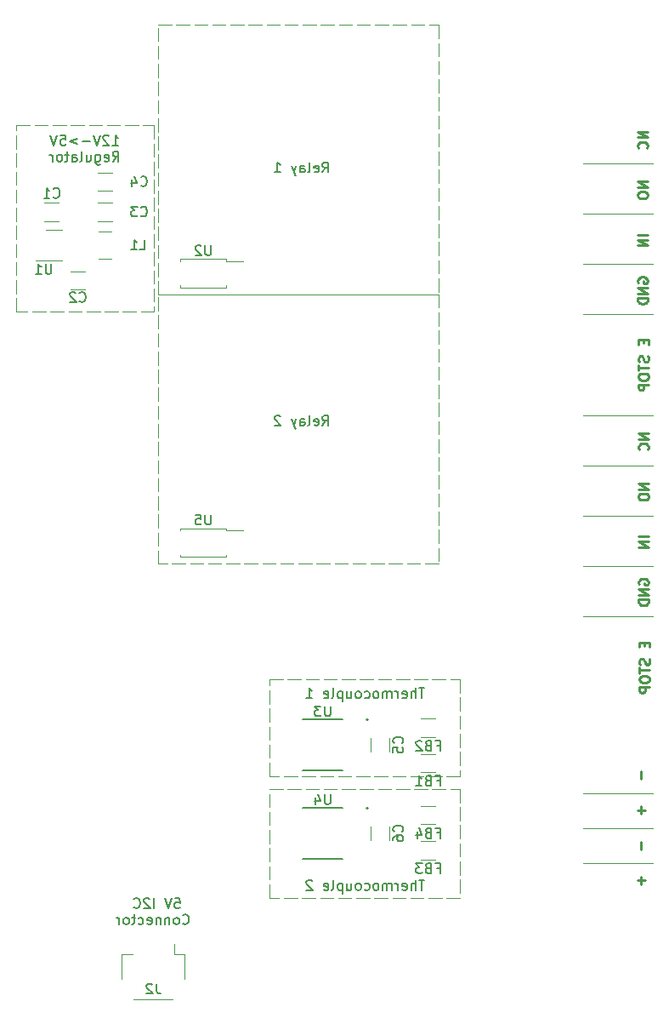
<source format=gbr>
%TF.GenerationSoftware,KiCad,Pcbnew,7.0.9*%
%TF.CreationDate,2024-02-10T01:22:26-05:00*%
%TF.ProjectId,BREAD_Slice,42524541-445f-4536-9c69-63652e6b6963,rev?*%
%TF.SameCoordinates,PX74eba40PY8552dc0*%
%TF.FileFunction,Legend,Bot*%
%TF.FilePolarity,Positive*%
%FSLAX46Y46*%
G04 Gerber Fmt 4.6, Leading zero omitted, Abs format (unit mm)*
G04 Created by KiCad (PCBNEW 7.0.9) date 2024-02-10 01:22:26*
%MOMM*%
%LPD*%
G01*
G04 APERTURE LIST*
%ADD10C,0.120000*%
%ADD11C,0.250000*%
%ADD12C,0.150000*%
%ADD13C,0.100000*%
%ADD14C,0.127000*%
%ADD15C,0.200000*%
G04 APERTURE END LIST*
D10*
X31600000Y32500000D02*
X32920000Y32500000D01*
X33400000Y32500000D02*
X34720000Y32500000D01*
X35200000Y32500000D02*
X36520000Y32500000D01*
X37000000Y32500000D02*
X38320000Y32500000D01*
X38800000Y32500000D02*
X40120000Y32500000D01*
X40600000Y32500000D02*
X41920000Y32500000D01*
X42400000Y32500000D02*
X43720000Y32500000D01*
X44200000Y32500000D02*
X45520000Y32500000D01*
X46000000Y32500000D02*
X47320000Y32500000D01*
X47800000Y32500000D02*
X49120000Y32500000D01*
X49600000Y32500000D02*
X50550000Y32500000D01*
X50550000Y32500000D02*
X50550000Y31180000D01*
X50550000Y30700000D02*
X50550000Y29380000D01*
X50550000Y28900000D02*
X50550000Y27580000D01*
X50550000Y27100000D02*
X50550000Y25780000D01*
X50550000Y25300000D02*
X50550000Y23980000D01*
X50550000Y23500000D02*
X50550000Y22900000D01*
X50550000Y22900000D02*
X49230000Y22900000D01*
X48750000Y22900000D02*
X47430000Y22900000D01*
X46950000Y22900000D02*
X45630000Y22900000D01*
X45150000Y22900000D02*
X43830000Y22900000D01*
X43350000Y22900000D02*
X42030000Y22900000D01*
X41550000Y22900000D02*
X40230000Y22900000D01*
X39750000Y22900000D02*
X38430000Y22900000D01*
X37950000Y22900000D02*
X36630000Y22900000D01*
X36150000Y22900000D02*
X34830000Y22900000D01*
X34350000Y22900000D02*
X33030000Y22900000D01*
X32550000Y22900000D02*
X31600000Y22900000D01*
X31600000Y22900000D02*
X31600000Y24220000D01*
X31600000Y24700000D02*
X31600000Y26020000D01*
X31600000Y26500000D02*
X31600000Y27820000D01*
X31600000Y28300000D02*
X31600000Y29620000D01*
X31600000Y30100000D02*
X31600000Y31420000D01*
X31600000Y31900000D02*
X31600000Y32500000D01*
X31600000Y21600000D02*
X32920000Y21600000D01*
X33400000Y21600000D02*
X34720000Y21600000D01*
X35200000Y21600000D02*
X36520000Y21600000D01*
X37000000Y21600000D02*
X38320000Y21600000D01*
X38800000Y21600000D02*
X40120000Y21600000D01*
X40600000Y21600000D02*
X41920000Y21600000D01*
X42400000Y21600000D02*
X43720000Y21600000D01*
X44200000Y21600000D02*
X45520000Y21600000D01*
X46000000Y21600000D02*
X47320000Y21600000D01*
X47800000Y21600000D02*
X49120000Y21600000D01*
X49600000Y21600000D02*
X50550000Y21600000D01*
X50550000Y21600000D02*
X50550000Y20280000D01*
X50550000Y19800000D02*
X50550000Y18480000D01*
X50550000Y18000000D02*
X50550000Y16680000D01*
X50550000Y16200000D02*
X50550000Y14880000D01*
X50550000Y14400000D02*
X50550000Y13080000D01*
X50550000Y12600000D02*
X50550000Y11280000D01*
X50550000Y10800000D02*
X50550000Y10800000D01*
X50550000Y10800000D02*
X49230000Y10800000D01*
X48750000Y10800000D02*
X47430000Y10800000D01*
X46950000Y10800000D02*
X45630000Y10800000D01*
X45150000Y10800000D02*
X43830000Y10800000D01*
X43350000Y10800000D02*
X42030000Y10800000D01*
X41550000Y10800000D02*
X40230000Y10800000D01*
X39750000Y10800000D02*
X38430000Y10800000D01*
X37950000Y10800000D02*
X36630000Y10800000D01*
X36150000Y10800000D02*
X34830000Y10800000D01*
X34350000Y10800000D02*
X33030000Y10800000D01*
X32550000Y10800000D02*
X31600000Y10800000D01*
X31600000Y10800000D02*
X31600000Y12120000D01*
X31600000Y12600000D02*
X31600000Y13920000D01*
X31600000Y14400000D02*
X31600000Y15720000D01*
X31600000Y16200000D02*
X31600000Y17520000D01*
X31600000Y18000000D02*
X31600000Y19320000D01*
X31600000Y19800000D02*
X31600000Y21120000D01*
X31600000Y21600000D02*
X31600000Y21600000D01*
X20500000Y70800000D02*
X21820000Y70800000D01*
X22300000Y70800000D02*
X23620000Y70800000D01*
X24100000Y70800000D02*
X25420000Y70800000D01*
X25900000Y70800000D02*
X27220000Y70800000D01*
X27700000Y70800000D02*
X29020000Y70800000D01*
X29500000Y70800000D02*
X30820000Y70800000D01*
X31300000Y70800000D02*
X32620000Y70800000D01*
X33100000Y70800000D02*
X34420000Y70800000D01*
X34900000Y70800000D02*
X36220000Y70800000D01*
X36700000Y70800000D02*
X38020000Y70800000D01*
X38500000Y70800000D02*
X39820000Y70800000D01*
X40300000Y70800000D02*
X41620000Y70800000D01*
X42100000Y70800000D02*
X43420000Y70800000D01*
X43900000Y70800000D02*
X45220000Y70800000D01*
X45700000Y70800000D02*
X47020000Y70800000D01*
X47500000Y70800000D02*
X48400000Y70800000D01*
X48400000Y70800000D02*
X48400000Y69480000D01*
X48400000Y69000000D02*
X48400000Y67680000D01*
X48400000Y67200000D02*
X48400000Y65880000D01*
X48400000Y65400000D02*
X48400000Y64080000D01*
X48400000Y63600000D02*
X48400000Y62280000D01*
X48400000Y61800000D02*
X48400000Y60480000D01*
X48400000Y60000000D02*
X48400000Y58680000D01*
X48400000Y58200000D02*
X48400000Y56880000D01*
X48400000Y56400000D02*
X48400000Y55080000D01*
X48400000Y54600000D02*
X48400000Y53280000D01*
X48400000Y52800000D02*
X48400000Y51480000D01*
X48400000Y51000000D02*
X48400000Y49680000D01*
X48400000Y49200000D02*
X48400000Y47880000D01*
X48400000Y47400000D02*
X48400000Y46080000D01*
X48400000Y45600000D02*
X48400000Y44280000D01*
X48400000Y44000000D02*
X47080000Y44000000D01*
X46600000Y44000000D02*
X45280000Y44000000D01*
X44800000Y44000000D02*
X43480000Y44000000D01*
X43000000Y44000000D02*
X41680000Y44000000D01*
X41200000Y44000000D02*
X39880000Y44000000D01*
X39400000Y44000000D02*
X38080000Y44000000D01*
X37600000Y44000000D02*
X36280000Y44000000D01*
X35800000Y44000000D02*
X34480000Y44000000D01*
X34000000Y44000000D02*
X32680000Y44000000D01*
X32200000Y44000000D02*
X30880000Y44000000D01*
X30400000Y44000000D02*
X29080000Y44000000D01*
X28600000Y44000000D02*
X27280000Y44000000D01*
X26800000Y44000000D02*
X25480000Y44000000D01*
X25000000Y44000000D02*
X23680000Y44000000D01*
X23200000Y44000000D02*
X21880000Y44000000D01*
X21400000Y44000000D02*
X20500000Y44000000D01*
X20500000Y44000000D02*
X20500000Y45320000D01*
X20500000Y45800000D02*
X20500000Y47120000D01*
X20500000Y47600000D02*
X20500000Y48920000D01*
X20500000Y49400000D02*
X20500000Y50720000D01*
X20500000Y51200000D02*
X20500000Y52520000D01*
X20500000Y53000000D02*
X20500000Y54320000D01*
X20500000Y54800000D02*
X20500000Y56120000D01*
X20500000Y56600000D02*
X20500000Y57920000D01*
X20500000Y58400000D02*
X20500000Y59720000D01*
X20500000Y60200000D02*
X20500000Y61520000D01*
X20500000Y62000000D02*
X20500000Y63320000D01*
X20500000Y63800000D02*
X20500000Y65120000D01*
X20500000Y65600000D02*
X20500000Y66920000D01*
X20500000Y67400000D02*
X20500000Y68720000D01*
X20500000Y69200000D02*
X20500000Y70520000D01*
X6400000Y87600000D02*
X7720000Y87600000D01*
X8200000Y87600000D02*
X9520000Y87600000D01*
X10000000Y87600000D02*
X11320000Y87600000D01*
X11800000Y87600000D02*
X13120000Y87600000D01*
X13600000Y87600000D02*
X14920000Y87600000D01*
X15400000Y87600000D02*
X16720000Y87600000D01*
X17200000Y87600000D02*
X18520000Y87600000D01*
X19000000Y87600000D02*
X20100000Y87600000D01*
X20100000Y87600000D02*
X20100000Y86280000D01*
X20100000Y85800000D02*
X20100000Y84480000D01*
X20100000Y84000000D02*
X20100000Y82680000D01*
X20100000Y82200000D02*
X20100000Y80880000D01*
X20100000Y80400000D02*
X20100000Y79080000D01*
X20100000Y78600000D02*
X20100000Y77280000D01*
X20100000Y76800000D02*
X20100000Y75480000D01*
X20100000Y75000000D02*
X20100000Y73680000D01*
X20100000Y73200000D02*
X20100000Y71880000D01*
X20100000Y71400000D02*
X20100000Y70080000D01*
X20100000Y69600000D02*
X20100000Y69100000D01*
X20100000Y69100000D02*
X18780000Y69100000D01*
X18300000Y69100000D02*
X16980000Y69100000D01*
X16500000Y69100000D02*
X15180000Y69100000D01*
X14700000Y69100000D02*
X13380000Y69100000D01*
X12900000Y69100000D02*
X11580000Y69100000D01*
X11100000Y69100000D02*
X9780000Y69100000D01*
X9300000Y69100000D02*
X7980000Y69100000D01*
X7500000Y69100000D02*
X6400000Y69100000D01*
X6400000Y69100000D02*
X6400000Y70420000D01*
X6400000Y70900000D02*
X6400000Y72220000D01*
X6400000Y72700000D02*
X6400000Y74020000D01*
X6400000Y74500000D02*
X6400000Y75820000D01*
X6400000Y76300000D02*
X6400000Y77620000D01*
X6400000Y78100000D02*
X6400000Y79420000D01*
X6400000Y79900000D02*
X6400000Y81220000D01*
X6400000Y81700000D02*
X6400000Y83020000D01*
X6400000Y83500000D02*
X6400000Y84820000D01*
X6400000Y85300000D02*
X6400000Y86620000D01*
X6400000Y87100000D02*
X6400000Y87600000D01*
X20500000Y97600000D02*
X21820000Y97600000D01*
X22300000Y97600000D02*
X23620000Y97600000D01*
X24100000Y97600000D02*
X25420000Y97600000D01*
X25900000Y97600000D02*
X27220000Y97600000D01*
X27700000Y97600000D02*
X29020000Y97600000D01*
X29500000Y97600000D02*
X30820000Y97600000D01*
X31300000Y97600000D02*
X32620000Y97600000D01*
X33100000Y97600000D02*
X34420000Y97600000D01*
X34900000Y97600000D02*
X36220000Y97600000D01*
X36700000Y97600000D02*
X38020000Y97600000D01*
X38500000Y97600000D02*
X39820000Y97600000D01*
X40300000Y97600000D02*
X41620000Y97600000D01*
X42100000Y97600000D02*
X43420000Y97600000D01*
X43900000Y97600000D02*
X45220000Y97600000D01*
X45700000Y97600000D02*
X47020000Y97600000D01*
X47500000Y97600000D02*
X48400000Y97600000D01*
X48400000Y97600000D02*
X48400000Y96280000D01*
X48400000Y95800000D02*
X48400000Y94480000D01*
X48400000Y94000000D02*
X48400000Y92680000D01*
X48400000Y92200000D02*
X48400000Y90880000D01*
X48400000Y90400000D02*
X48400000Y89080000D01*
X48400000Y88600000D02*
X48400000Y87280000D01*
X48400000Y86800000D02*
X48400000Y85480000D01*
X48400000Y85000000D02*
X48400000Y83680000D01*
X48400000Y83200000D02*
X48400000Y81880000D01*
X48400000Y81400000D02*
X48400000Y80080000D01*
X48400000Y79600000D02*
X48400000Y78280000D01*
X48400000Y77800000D02*
X48400000Y76480000D01*
X48400000Y76000000D02*
X48400000Y74680000D01*
X48400000Y74200000D02*
X48400000Y72880000D01*
X48400000Y72400000D02*
X48400000Y71080000D01*
X48400000Y70800000D02*
X47080000Y70800000D01*
X46600000Y70800000D02*
X45280000Y70800000D01*
X44800000Y70800000D02*
X43480000Y70800000D01*
X43000000Y70800000D02*
X41680000Y70800000D01*
X41200000Y70800000D02*
X39880000Y70800000D01*
X39400000Y70800000D02*
X38080000Y70800000D01*
X37600000Y70800000D02*
X36280000Y70800000D01*
X35800000Y70800000D02*
X34480000Y70800000D01*
X34000000Y70800000D02*
X32680000Y70800000D01*
X32200000Y70800000D02*
X30880000Y70800000D01*
X30400000Y70800000D02*
X29080000Y70800000D01*
X28600000Y70800000D02*
X27280000Y70800000D01*
X26800000Y70800000D02*
X25480000Y70800000D01*
X25000000Y70800000D02*
X23680000Y70800000D01*
X23200000Y70800000D02*
X21880000Y70800000D01*
X21400000Y70800000D02*
X20500000Y70800000D01*
X20500000Y70800000D02*
X20500000Y72120000D01*
X20500000Y72600000D02*
X20500000Y73920000D01*
X20500000Y74400000D02*
X20500000Y75720000D01*
X20500000Y76200000D02*
X20500000Y77520000D01*
X20500000Y78000000D02*
X20500000Y79320000D01*
X20500000Y79800000D02*
X20500000Y81120000D01*
X20500000Y81600000D02*
X20500000Y82920000D01*
X20500000Y83400000D02*
X20500000Y84720000D01*
X20500000Y85200000D02*
X20500000Y86520000D01*
X20500000Y87000000D02*
X20500000Y88320000D01*
X20500000Y88800000D02*
X20500000Y90120000D01*
X20500000Y90600000D02*
X20500000Y91920000D01*
X20500000Y92400000D02*
X20500000Y93720000D01*
X20500000Y94200000D02*
X20500000Y95520000D01*
X20500000Y96000000D02*
X20500000Y97320000D01*
D11*
X68631333Y12119050D02*
X68631333Y12880954D01*
X68250380Y12500002D02*
X69012285Y12500002D01*
X69349619Y52009526D02*
X68349619Y52009526D01*
X68349619Y52009526D02*
X69349619Y51438098D01*
X69349619Y51438098D02*
X68349619Y51438098D01*
X68349619Y50771431D02*
X68349619Y50580955D01*
X68349619Y50580955D02*
X68397238Y50485717D01*
X68397238Y50485717D02*
X68492476Y50390479D01*
X68492476Y50390479D02*
X68682952Y50342860D01*
X68682952Y50342860D02*
X69016285Y50342860D01*
X69016285Y50342860D02*
X69206761Y50390479D01*
X69206761Y50390479D02*
X69302000Y50485717D01*
X69302000Y50485717D02*
X69349619Y50580955D01*
X69349619Y50580955D02*
X69349619Y50771431D01*
X69349619Y50771431D02*
X69302000Y50866669D01*
X69302000Y50866669D02*
X69206761Y50961907D01*
X69206761Y50961907D02*
X69016285Y51009526D01*
X69016285Y51009526D02*
X68682952Y51009526D01*
X68682952Y51009526D02*
X68492476Y50961907D01*
X68492476Y50961907D02*
X68397238Y50866669D01*
X68397238Y50866669D02*
X68349619Y50771431D01*
D12*
X36871429Y57745181D02*
X37204762Y58221372D01*
X37442857Y57745181D02*
X37442857Y58745181D01*
X37442857Y58745181D02*
X37061905Y58745181D01*
X37061905Y58745181D02*
X36966667Y58697562D01*
X36966667Y58697562D02*
X36919048Y58649943D01*
X36919048Y58649943D02*
X36871429Y58554705D01*
X36871429Y58554705D02*
X36871429Y58411848D01*
X36871429Y58411848D02*
X36919048Y58316610D01*
X36919048Y58316610D02*
X36966667Y58268991D01*
X36966667Y58268991D02*
X37061905Y58221372D01*
X37061905Y58221372D02*
X37442857Y58221372D01*
X36061905Y57792800D02*
X36157143Y57745181D01*
X36157143Y57745181D02*
X36347619Y57745181D01*
X36347619Y57745181D02*
X36442857Y57792800D01*
X36442857Y57792800D02*
X36490476Y57888039D01*
X36490476Y57888039D02*
X36490476Y58268991D01*
X36490476Y58268991D02*
X36442857Y58364229D01*
X36442857Y58364229D02*
X36347619Y58411848D01*
X36347619Y58411848D02*
X36157143Y58411848D01*
X36157143Y58411848D02*
X36061905Y58364229D01*
X36061905Y58364229D02*
X36014286Y58268991D01*
X36014286Y58268991D02*
X36014286Y58173753D01*
X36014286Y58173753D02*
X36490476Y58078515D01*
X35442857Y57745181D02*
X35538095Y57792800D01*
X35538095Y57792800D02*
X35585714Y57888039D01*
X35585714Y57888039D02*
X35585714Y58745181D01*
X34633333Y57745181D02*
X34633333Y58268991D01*
X34633333Y58268991D02*
X34680952Y58364229D01*
X34680952Y58364229D02*
X34776190Y58411848D01*
X34776190Y58411848D02*
X34966666Y58411848D01*
X34966666Y58411848D02*
X35061904Y58364229D01*
X34633333Y57792800D02*
X34728571Y57745181D01*
X34728571Y57745181D02*
X34966666Y57745181D01*
X34966666Y57745181D02*
X35061904Y57792800D01*
X35061904Y57792800D02*
X35109523Y57888039D01*
X35109523Y57888039D02*
X35109523Y57983277D01*
X35109523Y57983277D02*
X35061904Y58078515D01*
X35061904Y58078515D02*
X34966666Y58126134D01*
X34966666Y58126134D02*
X34728571Y58126134D01*
X34728571Y58126134D02*
X34633333Y58173753D01*
X34252380Y58411848D02*
X34014285Y57745181D01*
X33776190Y58411848D02*
X34014285Y57745181D01*
X34014285Y57745181D02*
X34109523Y57507086D01*
X34109523Y57507086D02*
X34157142Y57459467D01*
X34157142Y57459467D02*
X34252380Y57411848D01*
X32680951Y58649943D02*
X32633332Y58697562D01*
X32633332Y58697562D02*
X32538094Y58745181D01*
X32538094Y58745181D02*
X32299999Y58745181D01*
X32299999Y58745181D02*
X32204761Y58697562D01*
X32204761Y58697562D02*
X32157142Y58649943D01*
X32157142Y58649943D02*
X32109523Y58554705D01*
X32109523Y58554705D02*
X32109523Y58459467D01*
X32109523Y58459467D02*
X32157142Y58316610D01*
X32157142Y58316610D02*
X32728570Y57745181D01*
X32728570Y57745181D02*
X32109523Y57745181D01*
D11*
X69349619Y46723810D02*
X68349619Y46723810D01*
X69349619Y46247620D02*
X68349619Y46247620D01*
X68349619Y46247620D02*
X69349619Y45676192D01*
X69349619Y45676192D02*
X68349619Y45676192D01*
D12*
X47028571Y31645181D02*
X46457143Y31645181D01*
X46742857Y30645181D02*
X46742857Y31645181D01*
X46123809Y30645181D02*
X46123809Y31645181D01*
X45695238Y30645181D02*
X45695238Y31168991D01*
X45695238Y31168991D02*
X45742857Y31264229D01*
X45742857Y31264229D02*
X45838095Y31311848D01*
X45838095Y31311848D02*
X45980952Y31311848D01*
X45980952Y31311848D02*
X46076190Y31264229D01*
X46076190Y31264229D02*
X46123809Y31216610D01*
X44838095Y30692800D02*
X44933333Y30645181D01*
X44933333Y30645181D02*
X45123809Y30645181D01*
X45123809Y30645181D02*
X45219047Y30692800D01*
X45219047Y30692800D02*
X45266666Y30788039D01*
X45266666Y30788039D02*
X45266666Y31168991D01*
X45266666Y31168991D02*
X45219047Y31264229D01*
X45219047Y31264229D02*
X45123809Y31311848D01*
X45123809Y31311848D02*
X44933333Y31311848D01*
X44933333Y31311848D02*
X44838095Y31264229D01*
X44838095Y31264229D02*
X44790476Y31168991D01*
X44790476Y31168991D02*
X44790476Y31073753D01*
X44790476Y31073753D02*
X45266666Y30978515D01*
X44361904Y30645181D02*
X44361904Y31311848D01*
X44361904Y31121372D02*
X44314285Y31216610D01*
X44314285Y31216610D02*
X44266666Y31264229D01*
X44266666Y31264229D02*
X44171428Y31311848D01*
X44171428Y31311848D02*
X44076190Y31311848D01*
X43742856Y30645181D02*
X43742856Y31311848D01*
X43742856Y31216610D02*
X43695237Y31264229D01*
X43695237Y31264229D02*
X43599999Y31311848D01*
X43599999Y31311848D02*
X43457142Y31311848D01*
X43457142Y31311848D02*
X43361904Y31264229D01*
X43361904Y31264229D02*
X43314285Y31168991D01*
X43314285Y31168991D02*
X43314285Y30645181D01*
X43314285Y31168991D02*
X43266666Y31264229D01*
X43266666Y31264229D02*
X43171428Y31311848D01*
X43171428Y31311848D02*
X43028571Y31311848D01*
X43028571Y31311848D02*
X42933332Y31264229D01*
X42933332Y31264229D02*
X42885713Y31168991D01*
X42885713Y31168991D02*
X42885713Y30645181D01*
X42266666Y30645181D02*
X42361904Y30692800D01*
X42361904Y30692800D02*
X42409523Y30740420D01*
X42409523Y30740420D02*
X42457142Y30835658D01*
X42457142Y30835658D02*
X42457142Y31121372D01*
X42457142Y31121372D02*
X42409523Y31216610D01*
X42409523Y31216610D02*
X42361904Y31264229D01*
X42361904Y31264229D02*
X42266666Y31311848D01*
X42266666Y31311848D02*
X42123809Y31311848D01*
X42123809Y31311848D02*
X42028571Y31264229D01*
X42028571Y31264229D02*
X41980952Y31216610D01*
X41980952Y31216610D02*
X41933333Y31121372D01*
X41933333Y31121372D02*
X41933333Y30835658D01*
X41933333Y30835658D02*
X41980952Y30740420D01*
X41980952Y30740420D02*
X42028571Y30692800D01*
X42028571Y30692800D02*
X42123809Y30645181D01*
X42123809Y30645181D02*
X42266666Y30645181D01*
X41076190Y30692800D02*
X41171428Y30645181D01*
X41171428Y30645181D02*
X41361904Y30645181D01*
X41361904Y30645181D02*
X41457142Y30692800D01*
X41457142Y30692800D02*
X41504761Y30740420D01*
X41504761Y30740420D02*
X41552380Y30835658D01*
X41552380Y30835658D02*
X41552380Y31121372D01*
X41552380Y31121372D02*
X41504761Y31216610D01*
X41504761Y31216610D02*
X41457142Y31264229D01*
X41457142Y31264229D02*
X41361904Y31311848D01*
X41361904Y31311848D02*
X41171428Y31311848D01*
X41171428Y31311848D02*
X41076190Y31264229D01*
X40504761Y30645181D02*
X40599999Y30692800D01*
X40599999Y30692800D02*
X40647618Y30740420D01*
X40647618Y30740420D02*
X40695237Y30835658D01*
X40695237Y30835658D02*
X40695237Y31121372D01*
X40695237Y31121372D02*
X40647618Y31216610D01*
X40647618Y31216610D02*
X40599999Y31264229D01*
X40599999Y31264229D02*
X40504761Y31311848D01*
X40504761Y31311848D02*
X40361904Y31311848D01*
X40361904Y31311848D02*
X40266666Y31264229D01*
X40266666Y31264229D02*
X40219047Y31216610D01*
X40219047Y31216610D02*
X40171428Y31121372D01*
X40171428Y31121372D02*
X40171428Y30835658D01*
X40171428Y30835658D02*
X40219047Y30740420D01*
X40219047Y30740420D02*
X40266666Y30692800D01*
X40266666Y30692800D02*
X40361904Y30645181D01*
X40361904Y30645181D02*
X40504761Y30645181D01*
X39314285Y31311848D02*
X39314285Y30645181D01*
X39742856Y31311848D02*
X39742856Y30788039D01*
X39742856Y30788039D02*
X39695237Y30692800D01*
X39695237Y30692800D02*
X39599999Y30645181D01*
X39599999Y30645181D02*
X39457142Y30645181D01*
X39457142Y30645181D02*
X39361904Y30692800D01*
X39361904Y30692800D02*
X39314285Y30740420D01*
X38838094Y31311848D02*
X38838094Y30311848D01*
X38838094Y31264229D02*
X38742856Y31311848D01*
X38742856Y31311848D02*
X38552380Y31311848D01*
X38552380Y31311848D02*
X38457142Y31264229D01*
X38457142Y31264229D02*
X38409523Y31216610D01*
X38409523Y31216610D02*
X38361904Y31121372D01*
X38361904Y31121372D02*
X38361904Y30835658D01*
X38361904Y30835658D02*
X38409523Y30740420D01*
X38409523Y30740420D02*
X38457142Y30692800D01*
X38457142Y30692800D02*
X38552380Y30645181D01*
X38552380Y30645181D02*
X38742856Y30645181D01*
X38742856Y30645181D02*
X38838094Y30692800D01*
X37790475Y30645181D02*
X37885713Y30692800D01*
X37885713Y30692800D02*
X37933332Y30788039D01*
X37933332Y30788039D02*
X37933332Y31645181D01*
X37028570Y30692800D02*
X37123808Y30645181D01*
X37123808Y30645181D02*
X37314284Y30645181D01*
X37314284Y30645181D02*
X37409522Y30692800D01*
X37409522Y30692800D02*
X37457141Y30788039D01*
X37457141Y30788039D02*
X37457141Y31168991D01*
X37457141Y31168991D02*
X37409522Y31264229D01*
X37409522Y31264229D02*
X37314284Y31311848D01*
X37314284Y31311848D02*
X37123808Y31311848D01*
X37123808Y31311848D02*
X37028570Y31264229D01*
X37028570Y31264229D02*
X36980951Y31168991D01*
X36980951Y31168991D02*
X36980951Y31073753D01*
X36980951Y31073753D02*
X37457141Y30978515D01*
X35266665Y30645181D02*
X35838093Y30645181D01*
X35552379Y30645181D02*
X35552379Y31645181D01*
X35552379Y31645181D02*
X35647617Y31502324D01*
X35647617Y31502324D02*
X35742855Y31407086D01*
X35742855Y31407086D02*
X35838093Y31359467D01*
D11*
X68297238Y71961905D02*
X68249619Y72057143D01*
X68249619Y72057143D02*
X68249619Y72200000D01*
X68249619Y72200000D02*
X68297238Y72342857D01*
X68297238Y72342857D02*
X68392476Y72438095D01*
X68392476Y72438095D02*
X68487714Y72485714D01*
X68487714Y72485714D02*
X68678190Y72533333D01*
X68678190Y72533333D02*
X68821047Y72533333D01*
X68821047Y72533333D02*
X69011523Y72485714D01*
X69011523Y72485714D02*
X69106761Y72438095D01*
X69106761Y72438095D02*
X69202000Y72342857D01*
X69202000Y72342857D02*
X69249619Y72200000D01*
X69249619Y72200000D02*
X69249619Y72104762D01*
X69249619Y72104762D02*
X69202000Y71961905D01*
X69202000Y71961905D02*
X69154380Y71914286D01*
X69154380Y71914286D02*
X68821047Y71914286D01*
X68821047Y71914286D02*
X68821047Y72104762D01*
X69249619Y71485714D02*
X68249619Y71485714D01*
X68249619Y71485714D02*
X69249619Y70914286D01*
X69249619Y70914286D02*
X68249619Y70914286D01*
X69249619Y70438095D02*
X68249619Y70438095D01*
X68249619Y70438095D02*
X68249619Y70200000D01*
X68249619Y70200000D02*
X68297238Y70057143D01*
X68297238Y70057143D02*
X68392476Y69961905D01*
X68392476Y69961905D02*
X68487714Y69914286D01*
X68487714Y69914286D02*
X68678190Y69866667D01*
X68678190Y69866667D02*
X68821047Y69866667D01*
X68821047Y69866667D02*
X69011523Y69914286D01*
X69011523Y69914286D02*
X69106761Y69961905D01*
X69106761Y69961905D02*
X69202000Y70057143D01*
X69202000Y70057143D02*
X69249619Y70200000D01*
X69249619Y70200000D02*
X69249619Y70438095D01*
D12*
X36871429Y82945181D02*
X37204762Y83421372D01*
X37442857Y82945181D02*
X37442857Y83945181D01*
X37442857Y83945181D02*
X37061905Y83945181D01*
X37061905Y83945181D02*
X36966667Y83897562D01*
X36966667Y83897562D02*
X36919048Y83849943D01*
X36919048Y83849943D02*
X36871429Y83754705D01*
X36871429Y83754705D02*
X36871429Y83611848D01*
X36871429Y83611848D02*
X36919048Y83516610D01*
X36919048Y83516610D02*
X36966667Y83468991D01*
X36966667Y83468991D02*
X37061905Y83421372D01*
X37061905Y83421372D02*
X37442857Y83421372D01*
X36061905Y82992800D02*
X36157143Y82945181D01*
X36157143Y82945181D02*
X36347619Y82945181D01*
X36347619Y82945181D02*
X36442857Y82992800D01*
X36442857Y82992800D02*
X36490476Y83088039D01*
X36490476Y83088039D02*
X36490476Y83468991D01*
X36490476Y83468991D02*
X36442857Y83564229D01*
X36442857Y83564229D02*
X36347619Y83611848D01*
X36347619Y83611848D02*
X36157143Y83611848D01*
X36157143Y83611848D02*
X36061905Y83564229D01*
X36061905Y83564229D02*
X36014286Y83468991D01*
X36014286Y83468991D02*
X36014286Y83373753D01*
X36014286Y83373753D02*
X36490476Y83278515D01*
X35442857Y82945181D02*
X35538095Y82992800D01*
X35538095Y82992800D02*
X35585714Y83088039D01*
X35585714Y83088039D02*
X35585714Y83945181D01*
X34633333Y82945181D02*
X34633333Y83468991D01*
X34633333Y83468991D02*
X34680952Y83564229D01*
X34680952Y83564229D02*
X34776190Y83611848D01*
X34776190Y83611848D02*
X34966666Y83611848D01*
X34966666Y83611848D02*
X35061904Y83564229D01*
X34633333Y82992800D02*
X34728571Y82945181D01*
X34728571Y82945181D02*
X34966666Y82945181D01*
X34966666Y82945181D02*
X35061904Y82992800D01*
X35061904Y82992800D02*
X35109523Y83088039D01*
X35109523Y83088039D02*
X35109523Y83183277D01*
X35109523Y83183277D02*
X35061904Y83278515D01*
X35061904Y83278515D02*
X34966666Y83326134D01*
X34966666Y83326134D02*
X34728571Y83326134D01*
X34728571Y83326134D02*
X34633333Y83373753D01*
X34252380Y83611848D02*
X34014285Y82945181D01*
X33776190Y83611848D02*
X34014285Y82945181D01*
X34014285Y82945181D02*
X34109523Y82707086D01*
X34109523Y82707086D02*
X34157142Y82659467D01*
X34157142Y82659467D02*
X34252380Y82611848D01*
X32109523Y82945181D02*
X32680951Y82945181D01*
X32395237Y82945181D02*
X32395237Y83945181D01*
X32395237Y83945181D02*
X32490475Y83802324D01*
X32490475Y83802324D02*
X32585713Y83707086D01*
X32585713Y83707086D02*
X32680951Y83659467D01*
D11*
X68631333Y19119049D02*
X68631333Y19880953D01*
X68250380Y19500001D02*
X69012285Y19500001D01*
D12*
X22176666Y10740181D02*
X22652856Y10740181D01*
X22652856Y10740181D02*
X22700475Y10263991D01*
X22700475Y10263991D02*
X22652856Y10311610D01*
X22652856Y10311610D02*
X22557618Y10359229D01*
X22557618Y10359229D02*
X22319523Y10359229D01*
X22319523Y10359229D02*
X22224285Y10311610D01*
X22224285Y10311610D02*
X22176666Y10263991D01*
X22176666Y10263991D02*
X22129047Y10168753D01*
X22129047Y10168753D02*
X22129047Y9930658D01*
X22129047Y9930658D02*
X22176666Y9835420D01*
X22176666Y9835420D02*
X22224285Y9787800D01*
X22224285Y9787800D02*
X22319523Y9740181D01*
X22319523Y9740181D02*
X22557618Y9740181D01*
X22557618Y9740181D02*
X22652856Y9787800D01*
X22652856Y9787800D02*
X22700475Y9835420D01*
X21843332Y10740181D02*
X21509999Y9740181D01*
X21509999Y9740181D02*
X21176666Y10740181D01*
X20081427Y9740181D02*
X20081427Y10740181D01*
X19652856Y10644943D02*
X19605237Y10692562D01*
X19605237Y10692562D02*
X19509999Y10740181D01*
X19509999Y10740181D02*
X19271904Y10740181D01*
X19271904Y10740181D02*
X19176666Y10692562D01*
X19176666Y10692562D02*
X19129047Y10644943D01*
X19129047Y10644943D02*
X19081428Y10549705D01*
X19081428Y10549705D02*
X19081428Y10454467D01*
X19081428Y10454467D02*
X19129047Y10311610D01*
X19129047Y10311610D02*
X19700475Y9740181D01*
X19700475Y9740181D02*
X19081428Y9740181D01*
X18081428Y9835420D02*
X18129047Y9787800D01*
X18129047Y9787800D02*
X18271904Y9740181D01*
X18271904Y9740181D02*
X18367142Y9740181D01*
X18367142Y9740181D02*
X18509999Y9787800D01*
X18509999Y9787800D02*
X18605237Y9883039D01*
X18605237Y9883039D02*
X18652856Y9978277D01*
X18652856Y9978277D02*
X18700475Y10168753D01*
X18700475Y10168753D02*
X18700475Y10311610D01*
X18700475Y10311610D02*
X18652856Y10502086D01*
X18652856Y10502086D02*
X18605237Y10597324D01*
X18605237Y10597324D02*
X18509999Y10692562D01*
X18509999Y10692562D02*
X18367142Y10740181D01*
X18367142Y10740181D02*
X18271904Y10740181D01*
X18271904Y10740181D02*
X18129047Y10692562D01*
X18129047Y10692562D02*
X18081428Y10644943D01*
X22962381Y8225420D02*
X23010000Y8177800D01*
X23010000Y8177800D02*
X23152857Y8130181D01*
X23152857Y8130181D02*
X23248095Y8130181D01*
X23248095Y8130181D02*
X23390952Y8177800D01*
X23390952Y8177800D02*
X23486190Y8273039D01*
X23486190Y8273039D02*
X23533809Y8368277D01*
X23533809Y8368277D02*
X23581428Y8558753D01*
X23581428Y8558753D02*
X23581428Y8701610D01*
X23581428Y8701610D02*
X23533809Y8892086D01*
X23533809Y8892086D02*
X23486190Y8987324D01*
X23486190Y8987324D02*
X23390952Y9082562D01*
X23390952Y9082562D02*
X23248095Y9130181D01*
X23248095Y9130181D02*
X23152857Y9130181D01*
X23152857Y9130181D02*
X23010000Y9082562D01*
X23010000Y9082562D02*
X22962381Y9034943D01*
X22390952Y8130181D02*
X22486190Y8177800D01*
X22486190Y8177800D02*
X22533809Y8225420D01*
X22533809Y8225420D02*
X22581428Y8320658D01*
X22581428Y8320658D02*
X22581428Y8606372D01*
X22581428Y8606372D02*
X22533809Y8701610D01*
X22533809Y8701610D02*
X22486190Y8749229D01*
X22486190Y8749229D02*
X22390952Y8796848D01*
X22390952Y8796848D02*
X22248095Y8796848D01*
X22248095Y8796848D02*
X22152857Y8749229D01*
X22152857Y8749229D02*
X22105238Y8701610D01*
X22105238Y8701610D02*
X22057619Y8606372D01*
X22057619Y8606372D02*
X22057619Y8320658D01*
X22057619Y8320658D02*
X22105238Y8225420D01*
X22105238Y8225420D02*
X22152857Y8177800D01*
X22152857Y8177800D02*
X22248095Y8130181D01*
X22248095Y8130181D02*
X22390952Y8130181D01*
X21629047Y8796848D02*
X21629047Y8130181D01*
X21629047Y8701610D02*
X21581428Y8749229D01*
X21581428Y8749229D02*
X21486190Y8796848D01*
X21486190Y8796848D02*
X21343333Y8796848D01*
X21343333Y8796848D02*
X21248095Y8749229D01*
X21248095Y8749229D02*
X21200476Y8653991D01*
X21200476Y8653991D02*
X21200476Y8130181D01*
X20724285Y8796848D02*
X20724285Y8130181D01*
X20724285Y8701610D02*
X20676666Y8749229D01*
X20676666Y8749229D02*
X20581428Y8796848D01*
X20581428Y8796848D02*
X20438571Y8796848D01*
X20438571Y8796848D02*
X20343333Y8749229D01*
X20343333Y8749229D02*
X20295714Y8653991D01*
X20295714Y8653991D02*
X20295714Y8130181D01*
X19438571Y8177800D02*
X19533809Y8130181D01*
X19533809Y8130181D02*
X19724285Y8130181D01*
X19724285Y8130181D02*
X19819523Y8177800D01*
X19819523Y8177800D02*
X19867142Y8273039D01*
X19867142Y8273039D02*
X19867142Y8653991D01*
X19867142Y8653991D02*
X19819523Y8749229D01*
X19819523Y8749229D02*
X19724285Y8796848D01*
X19724285Y8796848D02*
X19533809Y8796848D01*
X19533809Y8796848D02*
X19438571Y8749229D01*
X19438571Y8749229D02*
X19390952Y8653991D01*
X19390952Y8653991D02*
X19390952Y8558753D01*
X19390952Y8558753D02*
X19867142Y8463515D01*
X18533809Y8177800D02*
X18629047Y8130181D01*
X18629047Y8130181D02*
X18819523Y8130181D01*
X18819523Y8130181D02*
X18914761Y8177800D01*
X18914761Y8177800D02*
X18962380Y8225420D01*
X18962380Y8225420D02*
X19009999Y8320658D01*
X19009999Y8320658D02*
X19009999Y8606372D01*
X19009999Y8606372D02*
X18962380Y8701610D01*
X18962380Y8701610D02*
X18914761Y8749229D01*
X18914761Y8749229D02*
X18819523Y8796848D01*
X18819523Y8796848D02*
X18629047Y8796848D01*
X18629047Y8796848D02*
X18533809Y8749229D01*
X18248094Y8796848D02*
X17867142Y8796848D01*
X18105237Y9130181D02*
X18105237Y8273039D01*
X18105237Y8273039D02*
X18057618Y8177800D01*
X18057618Y8177800D02*
X17962380Y8130181D01*
X17962380Y8130181D02*
X17867142Y8130181D01*
X17390951Y8130181D02*
X17486189Y8177800D01*
X17486189Y8177800D02*
X17533808Y8225420D01*
X17533808Y8225420D02*
X17581427Y8320658D01*
X17581427Y8320658D02*
X17581427Y8606372D01*
X17581427Y8606372D02*
X17533808Y8701610D01*
X17533808Y8701610D02*
X17486189Y8749229D01*
X17486189Y8749229D02*
X17390951Y8796848D01*
X17390951Y8796848D02*
X17248094Y8796848D01*
X17248094Y8796848D02*
X17152856Y8749229D01*
X17152856Y8749229D02*
X17105237Y8701610D01*
X17105237Y8701610D02*
X17057618Y8606372D01*
X17057618Y8606372D02*
X17057618Y8320658D01*
X17057618Y8320658D02*
X17105237Y8225420D01*
X17105237Y8225420D02*
X17152856Y8177800D01*
X17152856Y8177800D02*
X17248094Y8130181D01*
X17248094Y8130181D02*
X17390951Y8130181D01*
X16629046Y8130181D02*
X16629046Y8796848D01*
X16629046Y8606372D02*
X16581427Y8701610D01*
X16581427Y8701610D02*
X16533808Y8749229D01*
X16533808Y8749229D02*
X16438570Y8796848D01*
X16438570Y8796848D02*
X16343332Y8796848D01*
X47028571Y12545181D02*
X46457143Y12545181D01*
X46742857Y11545181D02*
X46742857Y12545181D01*
X46123809Y11545181D02*
X46123809Y12545181D01*
X45695238Y11545181D02*
X45695238Y12068991D01*
X45695238Y12068991D02*
X45742857Y12164229D01*
X45742857Y12164229D02*
X45838095Y12211848D01*
X45838095Y12211848D02*
X45980952Y12211848D01*
X45980952Y12211848D02*
X46076190Y12164229D01*
X46076190Y12164229D02*
X46123809Y12116610D01*
X44838095Y11592800D02*
X44933333Y11545181D01*
X44933333Y11545181D02*
X45123809Y11545181D01*
X45123809Y11545181D02*
X45219047Y11592800D01*
X45219047Y11592800D02*
X45266666Y11688039D01*
X45266666Y11688039D02*
X45266666Y12068991D01*
X45266666Y12068991D02*
X45219047Y12164229D01*
X45219047Y12164229D02*
X45123809Y12211848D01*
X45123809Y12211848D02*
X44933333Y12211848D01*
X44933333Y12211848D02*
X44838095Y12164229D01*
X44838095Y12164229D02*
X44790476Y12068991D01*
X44790476Y12068991D02*
X44790476Y11973753D01*
X44790476Y11973753D02*
X45266666Y11878515D01*
X44361904Y11545181D02*
X44361904Y12211848D01*
X44361904Y12021372D02*
X44314285Y12116610D01*
X44314285Y12116610D02*
X44266666Y12164229D01*
X44266666Y12164229D02*
X44171428Y12211848D01*
X44171428Y12211848D02*
X44076190Y12211848D01*
X43742856Y11545181D02*
X43742856Y12211848D01*
X43742856Y12116610D02*
X43695237Y12164229D01*
X43695237Y12164229D02*
X43599999Y12211848D01*
X43599999Y12211848D02*
X43457142Y12211848D01*
X43457142Y12211848D02*
X43361904Y12164229D01*
X43361904Y12164229D02*
X43314285Y12068991D01*
X43314285Y12068991D02*
X43314285Y11545181D01*
X43314285Y12068991D02*
X43266666Y12164229D01*
X43266666Y12164229D02*
X43171428Y12211848D01*
X43171428Y12211848D02*
X43028571Y12211848D01*
X43028571Y12211848D02*
X42933332Y12164229D01*
X42933332Y12164229D02*
X42885713Y12068991D01*
X42885713Y12068991D02*
X42885713Y11545181D01*
X42266666Y11545181D02*
X42361904Y11592800D01*
X42361904Y11592800D02*
X42409523Y11640420D01*
X42409523Y11640420D02*
X42457142Y11735658D01*
X42457142Y11735658D02*
X42457142Y12021372D01*
X42457142Y12021372D02*
X42409523Y12116610D01*
X42409523Y12116610D02*
X42361904Y12164229D01*
X42361904Y12164229D02*
X42266666Y12211848D01*
X42266666Y12211848D02*
X42123809Y12211848D01*
X42123809Y12211848D02*
X42028571Y12164229D01*
X42028571Y12164229D02*
X41980952Y12116610D01*
X41980952Y12116610D02*
X41933333Y12021372D01*
X41933333Y12021372D02*
X41933333Y11735658D01*
X41933333Y11735658D02*
X41980952Y11640420D01*
X41980952Y11640420D02*
X42028571Y11592800D01*
X42028571Y11592800D02*
X42123809Y11545181D01*
X42123809Y11545181D02*
X42266666Y11545181D01*
X41076190Y11592800D02*
X41171428Y11545181D01*
X41171428Y11545181D02*
X41361904Y11545181D01*
X41361904Y11545181D02*
X41457142Y11592800D01*
X41457142Y11592800D02*
X41504761Y11640420D01*
X41504761Y11640420D02*
X41552380Y11735658D01*
X41552380Y11735658D02*
X41552380Y12021372D01*
X41552380Y12021372D02*
X41504761Y12116610D01*
X41504761Y12116610D02*
X41457142Y12164229D01*
X41457142Y12164229D02*
X41361904Y12211848D01*
X41361904Y12211848D02*
X41171428Y12211848D01*
X41171428Y12211848D02*
X41076190Y12164229D01*
X40504761Y11545181D02*
X40599999Y11592800D01*
X40599999Y11592800D02*
X40647618Y11640420D01*
X40647618Y11640420D02*
X40695237Y11735658D01*
X40695237Y11735658D02*
X40695237Y12021372D01*
X40695237Y12021372D02*
X40647618Y12116610D01*
X40647618Y12116610D02*
X40599999Y12164229D01*
X40599999Y12164229D02*
X40504761Y12211848D01*
X40504761Y12211848D02*
X40361904Y12211848D01*
X40361904Y12211848D02*
X40266666Y12164229D01*
X40266666Y12164229D02*
X40219047Y12116610D01*
X40219047Y12116610D02*
X40171428Y12021372D01*
X40171428Y12021372D02*
X40171428Y11735658D01*
X40171428Y11735658D02*
X40219047Y11640420D01*
X40219047Y11640420D02*
X40266666Y11592800D01*
X40266666Y11592800D02*
X40361904Y11545181D01*
X40361904Y11545181D02*
X40504761Y11545181D01*
X39314285Y12211848D02*
X39314285Y11545181D01*
X39742856Y12211848D02*
X39742856Y11688039D01*
X39742856Y11688039D02*
X39695237Y11592800D01*
X39695237Y11592800D02*
X39599999Y11545181D01*
X39599999Y11545181D02*
X39457142Y11545181D01*
X39457142Y11545181D02*
X39361904Y11592800D01*
X39361904Y11592800D02*
X39314285Y11640420D01*
X38838094Y12211848D02*
X38838094Y11211848D01*
X38838094Y12164229D02*
X38742856Y12211848D01*
X38742856Y12211848D02*
X38552380Y12211848D01*
X38552380Y12211848D02*
X38457142Y12164229D01*
X38457142Y12164229D02*
X38409523Y12116610D01*
X38409523Y12116610D02*
X38361904Y12021372D01*
X38361904Y12021372D02*
X38361904Y11735658D01*
X38361904Y11735658D02*
X38409523Y11640420D01*
X38409523Y11640420D02*
X38457142Y11592800D01*
X38457142Y11592800D02*
X38552380Y11545181D01*
X38552380Y11545181D02*
X38742856Y11545181D01*
X38742856Y11545181D02*
X38838094Y11592800D01*
X37790475Y11545181D02*
X37885713Y11592800D01*
X37885713Y11592800D02*
X37933332Y11688039D01*
X37933332Y11688039D02*
X37933332Y12545181D01*
X37028570Y11592800D02*
X37123808Y11545181D01*
X37123808Y11545181D02*
X37314284Y11545181D01*
X37314284Y11545181D02*
X37409522Y11592800D01*
X37409522Y11592800D02*
X37457141Y11688039D01*
X37457141Y11688039D02*
X37457141Y12068991D01*
X37457141Y12068991D02*
X37409522Y12164229D01*
X37409522Y12164229D02*
X37314284Y12211848D01*
X37314284Y12211848D02*
X37123808Y12211848D01*
X37123808Y12211848D02*
X37028570Y12164229D01*
X37028570Y12164229D02*
X36980951Y12068991D01*
X36980951Y12068991D02*
X36980951Y11973753D01*
X36980951Y11973753D02*
X37457141Y11878515D01*
X35838093Y12449943D02*
X35790474Y12497562D01*
X35790474Y12497562D02*
X35695236Y12545181D01*
X35695236Y12545181D02*
X35457141Y12545181D01*
X35457141Y12545181D02*
X35361903Y12497562D01*
X35361903Y12497562D02*
X35314284Y12449943D01*
X35314284Y12449943D02*
X35266665Y12354705D01*
X35266665Y12354705D02*
X35266665Y12259467D01*
X35266665Y12259467D02*
X35314284Y12116610D01*
X35314284Y12116610D02*
X35885712Y11545181D01*
X35885712Y11545181D02*
X35266665Y11545181D01*
D11*
X68925809Y36176191D02*
X68925809Y35842858D01*
X69449619Y35700001D02*
X69449619Y36176191D01*
X69449619Y36176191D02*
X68449619Y36176191D01*
X68449619Y36176191D02*
X68449619Y35700001D01*
X69402000Y34557143D02*
X69449619Y34414286D01*
X69449619Y34414286D02*
X69449619Y34176191D01*
X69449619Y34176191D02*
X69402000Y34080953D01*
X69402000Y34080953D02*
X69354380Y34033334D01*
X69354380Y34033334D02*
X69259142Y33985715D01*
X69259142Y33985715D02*
X69163904Y33985715D01*
X69163904Y33985715D02*
X69068666Y34033334D01*
X69068666Y34033334D02*
X69021047Y34080953D01*
X69021047Y34080953D02*
X68973428Y34176191D01*
X68973428Y34176191D02*
X68925809Y34366667D01*
X68925809Y34366667D02*
X68878190Y34461905D01*
X68878190Y34461905D02*
X68830571Y34509524D01*
X68830571Y34509524D02*
X68735333Y34557143D01*
X68735333Y34557143D02*
X68640095Y34557143D01*
X68640095Y34557143D02*
X68544857Y34509524D01*
X68544857Y34509524D02*
X68497238Y34461905D01*
X68497238Y34461905D02*
X68449619Y34366667D01*
X68449619Y34366667D02*
X68449619Y34128572D01*
X68449619Y34128572D02*
X68497238Y33985715D01*
X68449619Y33700000D02*
X68449619Y33128572D01*
X69449619Y33414286D02*
X68449619Y33414286D01*
X68449619Y32604762D02*
X68449619Y32414286D01*
X68449619Y32414286D02*
X68497238Y32319048D01*
X68497238Y32319048D02*
X68592476Y32223810D01*
X68592476Y32223810D02*
X68782952Y32176191D01*
X68782952Y32176191D02*
X69116285Y32176191D01*
X69116285Y32176191D02*
X69306761Y32223810D01*
X69306761Y32223810D02*
X69402000Y32319048D01*
X69402000Y32319048D02*
X69449619Y32414286D01*
X69449619Y32414286D02*
X69449619Y32604762D01*
X69449619Y32604762D02*
X69402000Y32700000D01*
X69402000Y32700000D02*
X69306761Y32795238D01*
X69306761Y32795238D02*
X69116285Y32842857D01*
X69116285Y32842857D02*
X68782952Y32842857D01*
X68782952Y32842857D02*
X68592476Y32795238D01*
X68592476Y32795238D02*
X68497238Y32700000D01*
X68497238Y32700000D02*
X68449619Y32604762D01*
X69449619Y31747619D02*
X68449619Y31747619D01*
X68449619Y31747619D02*
X68449619Y31366667D01*
X68449619Y31366667D02*
X68497238Y31271429D01*
X68497238Y31271429D02*
X68544857Y31223810D01*
X68544857Y31223810D02*
X68640095Y31176191D01*
X68640095Y31176191D02*
X68782952Y31176191D01*
X68782952Y31176191D02*
X68878190Y31223810D01*
X68878190Y31223810D02*
X68925809Y31271429D01*
X68925809Y31271429D02*
X68973428Y31366667D01*
X68973428Y31366667D02*
X68973428Y31747619D01*
X69249619Y86985714D02*
X68249619Y86985714D01*
X68249619Y86985714D02*
X69249619Y86414286D01*
X69249619Y86414286D02*
X68249619Y86414286D01*
X69154380Y85366667D02*
X69202000Y85414286D01*
X69202000Y85414286D02*
X69249619Y85557143D01*
X69249619Y85557143D02*
X69249619Y85652381D01*
X69249619Y85652381D02*
X69202000Y85795238D01*
X69202000Y85795238D02*
X69106761Y85890476D01*
X69106761Y85890476D02*
X69011523Y85938095D01*
X69011523Y85938095D02*
X68821047Y85985714D01*
X68821047Y85985714D02*
X68678190Y85985714D01*
X68678190Y85985714D02*
X68487714Y85938095D01*
X68487714Y85938095D02*
X68392476Y85890476D01*
X68392476Y85890476D02*
X68297238Y85795238D01*
X68297238Y85795238D02*
X68249619Y85652381D01*
X68249619Y85652381D02*
X68249619Y85557143D01*
X68249619Y85557143D02*
X68297238Y85414286D01*
X68297238Y85414286D02*
X68344857Y85366667D01*
D12*
X15961904Y85640181D02*
X16533332Y85640181D01*
X16247618Y85640181D02*
X16247618Y86640181D01*
X16247618Y86640181D02*
X16342856Y86497324D01*
X16342856Y86497324D02*
X16438094Y86402086D01*
X16438094Y86402086D02*
X16533332Y86354467D01*
X15580951Y86544943D02*
X15533332Y86592562D01*
X15533332Y86592562D02*
X15438094Y86640181D01*
X15438094Y86640181D02*
X15199999Y86640181D01*
X15199999Y86640181D02*
X15104761Y86592562D01*
X15104761Y86592562D02*
X15057142Y86544943D01*
X15057142Y86544943D02*
X15009523Y86449705D01*
X15009523Y86449705D02*
X15009523Y86354467D01*
X15009523Y86354467D02*
X15057142Y86211610D01*
X15057142Y86211610D02*
X15628570Y85640181D01*
X15628570Y85640181D02*
X15009523Y85640181D01*
X14723808Y86640181D02*
X14390475Y85640181D01*
X14390475Y85640181D02*
X14057142Y86640181D01*
X13723808Y86021134D02*
X12961904Y86021134D01*
X12485713Y86306848D02*
X11723809Y86021134D01*
X11723809Y86021134D02*
X12485713Y85735420D01*
X10771428Y86640181D02*
X11247618Y86640181D01*
X11247618Y86640181D02*
X11295237Y86163991D01*
X11295237Y86163991D02*
X11247618Y86211610D01*
X11247618Y86211610D02*
X11152380Y86259229D01*
X11152380Y86259229D02*
X10914285Y86259229D01*
X10914285Y86259229D02*
X10819047Y86211610D01*
X10819047Y86211610D02*
X10771428Y86163991D01*
X10771428Y86163991D02*
X10723809Y86068753D01*
X10723809Y86068753D02*
X10723809Y85830658D01*
X10723809Y85830658D02*
X10771428Y85735420D01*
X10771428Y85735420D02*
X10819047Y85687800D01*
X10819047Y85687800D02*
X10914285Y85640181D01*
X10914285Y85640181D02*
X11152380Y85640181D01*
X11152380Y85640181D02*
X11247618Y85687800D01*
X11247618Y85687800D02*
X11295237Y85735420D01*
X10438094Y86640181D02*
X10104761Y85640181D01*
X10104761Y85640181D02*
X9771428Y86640181D01*
X15985715Y84030181D02*
X16319048Y84506372D01*
X16557143Y84030181D02*
X16557143Y85030181D01*
X16557143Y85030181D02*
X16176191Y85030181D01*
X16176191Y85030181D02*
X16080953Y84982562D01*
X16080953Y84982562D02*
X16033334Y84934943D01*
X16033334Y84934943D02*
X15985715Y84839705D01*
X15985715Y84839705D02*
X15985715Y84696848D01*
X15985715Y84696848D02*
X16033334Y84601610D01*
X16033334Y84601610D02*
X16080953Y84553991D01*
X16080953Y84553991D02*
X16176191Y84506372D01*
X16176191Y84506372D02*
X16557143Y84506372D01*
X15176191Y84077800D02*
X15271429Y84030181D01*
X15271429Y84030181D02*
X15461905Y84030181D01*
X15461905Y84030181D02*
X15557143Y84077800D01*
X15557143Y84077800D02*
X15604762Y84173039D01*
X15604762Y84173039D02*
X15604762Y84553991D01*
X15604762Y84553991D02*
X15557143Y84649229D01*
X15557143Y84649229D02*
X15461905Y84696848D01*
X15461905Y84696848D02*
X15271429Y84696848D01*
X15271429Y84696848D02*
X15176191Y84649229D01*
X15176191Y84649229D02*
X15128572Y84553991D01*
X15128572Y84553991D02*
X15128572Y84458753D01*
X15128572Y84458753D02*
X15604762Y84363515D01*
X14271429Y84696848D02*
X14271429Y83887324D01*
X14271429Y83887324D02*
X14319048Y83792086D01*
X14319048Y83792086D02*
X14366667Y83744467D01*
X14366667Y83744467D02*
X14461905Y83696848D01*
X14461905Y83696848D02*
X14604762Y83696848D01*
X14604762Y83696848D02*
X14700000Y83744467D01*
X14271429Y84077800D02*
X14366667Y84030181D01*
X14366667Y84030181D02*
X14557143Y84030181D01*
X14557143Y84030181D02*
X14652381Y84077800D01*
X14652381Y84077800D02*
X14700000Y84125420D01*
X14700000Y84125420D02*
X14747619Y84220658D01*
X14747619Y84220658D02*
X14747619Y84506372D01*
X14747619Y84506372D02*
X14700000Y84601610D01*
X14700000Y84601610D02*
X14652381Y84649229D01*
X14652381Y84649229D02*
X14557143Y84696848D01*
X14557143Y84696848D02*
X14366667Y84696848D01*
X14366667Y84696848D02*
X14271429Y84649229D01*
X13366667Y84696848D02*
X13366667Y84030181D01*
X13795238Y84696848D02*
X13795238Y84173039D01*
X13795238Y84173039D02*
X13747619Y84077800D01*
X13747619Y84077800D02*
X13652381Y84030181D01*
X13652381Y84030181D02*
X13509524Y84030181D01*
X13509524Y84030181D02*
X13414286Y84077800D01*
X13414286Y84077800D02*
X13366667Y84125420D01*
X12747619Y84030181D02*
X12842857Y84077800D01*
X12842857Y84077800D02*
X12890476Y84173039D01*
X12890476Y84173039D02*
X12890476Y85030181D01*
X11938095Y84030181D02*
X11938095Y84553991D01*
X11938095Y84553991D02*
X11985714Y84649229D01*
X11985714Y84649229D02*
X12080952Y84696848D01*
X12080952Y84696848D02*
X12271428Y84696848D01*
X12271428Y84696848D02*
X12366666Y84649229D01*
X11938095Y84077800D02*
X12033333Y84030181D01*
X12033333Y84030181D02*
X12271428Y84030181D01*
X12271428Y84030181D02*
X12366666Y84077800D01*
X12366666Y84077800D02*
X12414285Y84173039D01*
X12414285Y84173039D02*
X12414285Y84268277D01*
X12414285Y84268277D02*
X12366666Y84363515D01*
X12366666Y84363515D02*
X12271428Y84411134D01*
X12271428Y84411134D02*
X12033333Y84411134D01*
X12033333Y84411134D02*
X11938095Y84458753D01*
X11604761Y84696848D02*
X11223809Y84696848D01*
X11461904Y85030181D02*
X11461904Y84173039D01*
X11461904Y84173039D02*
X11414285Y84077800D01*
X11414285Y84077800D02*
X11319047Y84030181D01*
X11319047Y84030181D02*
X11223809Y84030181D01*
X10747618Y84030181D02*
X10842856Y84077800D01*
X10842856Y84077800D02*
X10890475Y84125420D01*
X10890475Y84125420D02*
X10938094Y84220658D01*
X10938094Y84220658D02*
X10938094Y84506372D01*
X10938094Y84506372D02*
X10890475Y84601610D01*
X10890475Y84601610D02*
X10842856Y84649229D01*
X10842856Y84649229D02*
X10747618Y84696848D01*
X10747618Y84696848D02*
X10604761Y84696848D01*
X10604761Y84696848D02*
X10509523Y84649229D01*
X10509523Y84649229D02*
X10461904Y84601610D01*
X10461904Y84601610D02*
X10414285Y84506372D01*
X10414285Y84506372D02*
X10414285Y84220658D01*
X10414285Y84220658D02*
X10461904Y84125420D01*
X10461904Y84125420D02*
X10509523Y84077800D01*
X10509523Y84077800D02*
X10604761Y84030181D01*
X10604761Y84030181D02*
X10747618Y84030181D01*
X9985713Y84030181D02*
X9985713Y84696848D01*
X9985713Y84506372D02*
X9938094Y84601610D01*
X9938094Y84601610D02*
X9890475Y84649229D01*
X9890475Y84649229D02*
X9795237Y84696848D01*
X9795237Y84696848D02*
X9699999Y84696848D01*
D11*
X68825809Y66276191D02*
X68825809Y65942858D01*
X69349619Y65800001D02*
X69349619Y66276191D01*
X69349619Y66276191D02*
X68349619Y66276191D01*
X68349619Y66276191D02*
X68349619Y65800001D01*
X69302000Y64657143D02*
X69349619Y64514286D01*
X69349619Y64514286D02*
X69349619Y64276191D01*
X69349619Y64276191D02*
X69302000Y64180953D01*
X69302000Y64180953D02*
X69254380Y64133334D01*
X69254380Y64133334D02*
X69159142Y64085715D01*
X69159142Y64085715D02*
X69063904Y64085715D01*
X69063904Y64085715D02*
X68968666Y64133334D01*
X68968666Y64133334D02*
X68921047Y64180953D01*
X68921047Y64180953D02*
X68873428Y64276191D01*
X68873428Y64276191D02*
X68825809Y64466667D01*
X68825809Y64466667D02*
X68778190Y64561905D01*
X68778190Y64561905D02*
X68730571Y64609524D01*
X68730571Y64609524D02*
X68635333Y64657143D01*
X68635333Y64657143D02*
X68540095Y64657143D01*
X68540095Y64657143D02*
X68444857Y64609524D01*
X68444857Y64609524D02*
X68397238Y64561905D01*
X68397238Y64561905D02*
X68349619Y64466667D01*
X68349619Y64466667D02*
X68349619Y64228572D01*
X68349619Y64228572D02*
X68397238Y64085715D01*
X68349619Y63800000D02*
X68349619Y63228572D01*
X69349619Y63514286D02*
X68349619Y63514286D01*
X68349619Y62704762D02*
X68349619Y62514286D01*
X68349619Y62514286D02*
X68397238Y62419048D01*
X68397238Y62419048D02*
X68492476Y62323810D01*
X68492476Y62323810D02*
X68682952Y62276191D01*
X68682952Y62276191D02*
X69016285Y62276191D01*
X69016285Y62276191D02*
X69206761Y62323810D01*
X69206761Y62323810D02*
X69302000Y62419048D01*
X69302000Y62419048D02*
X69349619Y62514286D01*
X69349619Y62514286D02*
X69349619Y62704762D01*
X69349619Y62704762D02*
X69302000Y62800000D01*
X69302000Y62800000D02*
X69206761Y62895238D01*
X69206761Y62895238D02*
X69016285Y62942857D01*
X69016285Y62942857D02*
X68682952Y62942857D01*
X68682952Y62942857D02*
X68492476Y62895238D01*
X68492476Y62895238D02*
X68397238Y62800000D01*
X68397238Y62800000D02*
X68349619Y62704762D01*
X69349619Y61847619D02*
X68349619Y61847619D01*
X68349619Y61847619D02*
X68349619Y61466667D01*
X68349619Y61466667D02*
X68397238Y61371429D01*
X68397238Y61371429D02*
X68444857Y61323810D01*
X68444857Y61323810D02*
X68540095Y61276191D01*
X68540095Y61276191D02*
X68682952Y61276191D01*
X68682952Y61276191D02*
X68778190Y61323810D01*
X68778190Y61323810D02*
X68825809Y61371429D01*
X68825809Y61371429D02*
X68873428Y61466667D01*
X68873428Y61466667D02*
X68873428Y61847619D01*
X69249619Y82009525D02*
X68249619Y82009525D01*
X68249619Y82009525D02*
X69249619Y81438097D01*
X69249619Y81438097D02*
X68249619Y81438097D01*
X68249619Y80771430D02*
X68249619Y80580954D01*
X68249619Y80580954D02*
X68297238Y80485716D01*
X68297238Y80485716D02*
X68392476Y80390478D01*
X68392476Y80390478D02*
X68582952Y80342859D01*
X68582952Y80342859D02*
X68916285Y80342859D01*
X68916285Y80342859D02*
X69106761Y80390478D01*
X69106761Y80390478D02*
X69202000Y80485716D01*
X69202000Y80485716D02*
X69249619Y80580954D01*
X69249619Y80580954D02*
X69249619Y80771430D01*
X69249619Y80771430D02*
X69202000Y80866668D01*
X69202000Y80866668D02*
X69106761Y80961906D01*
X69106761Y80961906D02*
X68916285Y81009525D01*
X68916285Y81009525D02*
X68582952Y81009525D01*
X68582952Y81009525D02*
X68392476Y80961906D01*
X68392476Y80961906D02*
X68297238Y80866668D01*
X68297238Y80866668D02*
X68249619Y80771430D01*
X68631333Y15619050D02*
X68631333Y16380954D01*
X69249619Y76723809D02*
X68249619Y76723809D01*
X69249619Y76247619D02*
X68249619Y76247619D01*
X68249619Y76247619D02*
X69249619Y75676191D01*
X69249619Y75676191D02*
X68249619Y75676191D01*
X68397238Y41961906D02*
X68349619Y42057144D01*
X68349619Y42057144D02*
X68349619Y42200001D01*
X68349619Y42200001D02*
X68397238Y42342858D01*
X68397238Y42342858D02*
X68492476Y42438096D01*
X68492476Y42438096D02*
X68587714Y42485715D01*
X68587714Y42485715D02*
X68778190Y42533334D01*
X68778190Y42533334D02*
X68921047Y42533334D01*
X68921047Y42533334D02*
X69111523Y42485715D01*
X69111523Y42485715D02*
X69206761Y42438096D01*
X69206761Y42438096D02*
X69302000Y42342858D01*
X69302000Y42342858D02*
X69349619Y42200001D01*
X69349619Y42200001D02*
X69349619Y42104763D01*
X69349619Y42104763D02*
X69302000Y41961906D01*
X69302000Y41961906D02*
X69254380Y41914287D01*
X69254380Y41914287D02*
X68921047Y41914287D01*
X68921047Y41914287D02*
X68921047Y42104763D01*
X69349619Y41485715D02*
X68349619Y41485715D01*
X68349619Y41485715D02*
X69349619Y40914287D01*
X69349619Y40914287D02*
X68349619Y40914287D01*
X69349619Y40438096D02*
X68349619Y40438096D01*
X68349619Y40438096D02*
X68349619Y40200001D01*
X68349619Y40200001D02*
X68397238Y40057144D01*
X68397238Y40057144D02*
X68492476Y39961906D01*
X68492476Y39961906D02*
X68587714Y39914287D01*
X68587714Y39914287D02*
X68778190Y39866668D01*
X68778190Y39866668D02*
X68921047Y39866668D01*
X68921047Y39866668D02*
X69111523Y39914287D01*
X69111523Y39914287D02*
X69206761Y39961906D01*
X69206761Y39961906D02*
X69302000Y40057144D01*
X69302000Y40057144D02*
X69349619Y40200001D01*
X69349619Y40200001D02*
X69349619Y40438096D01*
X69349619Y56985715D02*
X68349619Y56985715D01*
X68349619Y56985715D02*
X69349619Y56414287D01*
X69349619Y56414287D02*
X68349619Y56414287D01*
X69254380Y55366668D02*
X69302000Y55414287D01*
X69302000Y55414287D02*
X69349619Y55557144D01*
X69349619Y55557144D02*
X69349619Y55652382D01*
X69349619Y55652382D02*
X69302000Y55795239D01*
X69302000Y55795239D02*
X69206761Y55890477D01*
X69206761Y55890477D02*
X69111523Y55938096D01*
X69111523Y55938096D02*
X68921047Y55985715D01*
X68921047Y55985715D02*
X68778190Y55985715D01*
X68778190Y55985715D02*
X68587714Y55938096D01*
X68587714Y55938096D02*
X68492476Y55890477D01*
X68492476Y55890477D02*
X68397238Y55795239D01*
X68397238Y55795239D02*
X68349619Y55652382D01*
X68349619Y55652382D02*
X68349619Y55557144D01*
X68349619Y55557144D02*
X68397238Y55414287D01*
X68397238Y55414287D02*
X68444857Y55366668D01*
X68631333Y22619049D02*
X68631333Y23380953D01*
D12*
X12666666Y70140420D02*
X12714285Y70092800D01*
X12714285Y70092800D02*
X12857142Y70045181D01*
X12857142Y70045181D02*
X12952380Y70045181D01*
X12952380Y70045181D02*
X13095237Y70092800D01*
X13095237Y70092800D02*
X13190475Y70188039D01*
X13190475Y70188039D02*
X13238094Y70283277D01*
X13238094Y70283277D02*
X13285713Y70473753D01*
X13285713Y70473753D02*
X13285713Y70616610D01*
X13285713Y70616610D02*
X13238094Y70807086D01*
X13238094Y70807086D02*
X13190475Y70902324D01*
X13190475Y70902324D02*
X13095237Y70997562D01*
X13095237Y70997562D02*
X12952380Y71045181D01*
X12952380Y71045181D02*
X12857142Y71045181D01*
X12857142Y71045181D02*
X12714285Y70997562D01*
X12714285Y70997562D02*
X12666666Y70949943D01*
X12285713Y70949943D02*
X12238094Y70997562D01*
X12238094Y70997562D02*
X12142856Y71045181D01*
X12142856Y71045181D02*
X11904761Y71045181D01*
X11904761Y71045181D02*
X11809523Y70997562D01*
X11809523Y70997562D02*
X11761904Y70949943D01*
X11761904Y70949943D02*
X11714285Y70854705D01*
X11714285Y70854705D02*
X11714285Y70759467D01*
X11714285Y70759467D02*
X11761904Y70616610D01*
X11761904Y70616610D02*
X12333332Y70045181D01*
X12333332Y70045181D02*
X11714285Y70045181D01*
X48233333Y17248991D02*
X48566666Y17248991D01*
X48566666Y16725181D02*
X48566666Y17725181D01*
X48566666Y17725181D02*
X48090476Y17725181D01*
X47376190Y17248991D02*
X47233333Y17201372D01*
X47233333Y17201372D02*
X47185714Y17153753D01*
X47185714Y17153753D02*
X47138095Y17058515D01*
X47138095Y17058515D02*
X47138095Y16915658D01*
X47138095Y16915658D02*
X47185714Y16820420D01*
X47185714Y16820420D02*
X47233333Y16772800D01*
X47233333Y16772800D02*
X47328571Y16725181D01*
X47328571Y16725181D02*
X47709523Y16725181D01*
X47709523Y16725181D02*
X47709523Y17725181D01*
X47709523Y17725181D02*
X47376190Y17725181D01*
X47376190Y17725181D02*
X47280952Y17677562D01*
X47280952Y17677562D02*
X47233333Y17629943D01*
X47233333Y17629943D02*
X47185714Y17534705D01*
X47185714Y17534705D02*
X47185714Y17439467D01*
X47185714Y17439467D02*
X47233333Y17344229D01*
X47233333Y17344229D02*
X47280952Y17296610D01*
X47280952Y17296610D02*
X47376190Y17248991D01*
X47376190Y17248991D02*
X47709523Y17248991D01*
X46280952Y17391848D02*
X46280952Y16725181D01*
X46519047Y17772800D02*
X46757142Y17058515D01*
X46757142Y17058515D02*
X46138095Y17058515D01*
X20333333Y2245181D02*
X20333333Y1530896D01*
X20333333Y1530896D02*
X20380952Y1388039D01*
X20380952Y1388039D02*
X20476190Y1292800D01*
X20476190Y1292800D02*
X20619047Y1245181D01*
X20619047Y1245181D02*
X20714285Y1245181D01*
X19904761Y2149943D02*
X19857142Y2197562D01*
X19857142Y2197562D02*
X19761904Y2245181D01*
X19761904Y2245181D02*
X19523809Y2245181D01*
X19523809Y2245181D02*
X19428571Y2197562D01*
X19428571Y2197562D02*
X19380952Y2149943D01*
X19380952Y2149943D02*
X19333333Y2054705D01*
X19333333Y2054705D02*
X19333333Y1959467D01*
X19333333Y1959467D02*
X19380952Y1816610D01*
X19380952Y1816610D02*
X19952380Y1245181D01*
X19952380Y1245181D02*
X19333333Y1245181D01*
X44809580Y17366667D02*
X44857200Y17414286D01*
X44857200Y17414286D02*
X44904819Y17557143D01*
X44904819Y17557143D02*
X44904819Y17652381D01*
X44904819Y17652381D02*
X44857200Y17795238D01*
X44857200Y17795238D02*
X44761961Y17890476D01*
X44761961Y17890476D02*
X44666723Y17938095D01*
X44666723Y17938095D02*
X44476247Y17985714D01*
X44476247Y17985714D02*
X44333390Y17985714D01*
X44333390Y17985714D02*
X44142914Y17938095D01*
X44142914Y17938095D02*
X44047676Y17890476D01*
X44047676Y17890476D02*
X43952438Y17795238D01*
X43952438Y17795238D02*
X43904819Y17652381D01*
X43904819Y17652381D02*
X43904819Y17557143D01*
X43904819Y17557143D02*
X43952438Y17414286D01*
X43952438Y17414286D02*
X44000057Y17366667D01*
X43904819Y16509524D02*
X43904819Y16700000D01*
X43904819Y16700000D02*
X43952438Y16795238D01*
X43952438Y16795238D02*
X44000057Y16842857D01*
X44000057Y16842857D02*
X44142914Y16938095D01*
X44142914Y16938095D02*
X44333390Y16985714D01*
X44333390Y16985714D02*
X44714342Y16985714D01*
X44714342Y16985714D02*
X44809580Y16938095D01*
X44809580Y16938095D02*
X44857200Y16890476D01*
X44857200Y16890476D02*
X44904819Y16795238D01*
X44904819Y16795238D02*
X44904819Y16604762D01*
X44904819Y16604762D02*
X44857200Y16509524D01*
X44857200Y16509524D02*
X44809580Y16461905D01*
X44809580Y16461905D02*
X44714342Y16414286D01*
X44714342Y16414286D02*
X44476247Y16414286D01*
X44476247Y16414286D02*
X44381009Y16461905D01*
X44381009Y16461905D02*
X44333390Y16509524D01*
X44333390Y16509524D02*
X44285771Y16604762D01*
X44285771Y16604762D02*
X44285771Y16795238D01*
X44285771Y16795238D02*
X44333390Y16890476D01*
X44333390Y16890476D02*
X44381009Y16938095D01*
X44381009Y16938095D02*
X44476247Y16985714D01*
X18766666Y78640420D02*
X18814285Y78592800D01*
X18814285Y78592800D02*
X18957142Y78545181D01*
X18957142Y78545181D02*
X19052380Y78545181D01*
X19052380Y78545181D02*
X19195237Y78592800D01*
X19195237Y78592800D02*
X19290475Y78688039D01*
X19290475Y78688039D02*
X19338094Y78783277D01*
X19338094Y78783277D02*
X19385713Y78973753D01*
X19385713Y78973753D02*
X19385713Y79116610D01*
X19385713Y79116610D02*
X19338094Y79307086D01*
X19338094Y79307086D02*
X19290475Y79402324D01*
X19290475Y79402324D02*
X19195237Y79497562D01*
X19195237Y79497562D02*
X19052380Y79545181D01*
X19052380Y79545181D02*
X18957142Y79545181D01*
X18957142Y79545181D02*
X18814285Y79497562D01*
X18814285Y79497562D02*
X18766666Y79449943D01*
X18433332Y79545181D02*
X17814285Y79545181D01*
X17814285Y79545181D02*
X18147618Y79164229D01*
X18147618Y79164229D02*
X18004761Y79164229D01*
X18004761Y79164229D02*
X17909523Y79116610D01*
X17909523Y79116610D02*
X17861904Y79068991D01*
X17861904Y79068991D02*
X17814285Y78973753D01*
X17814285Y78973753D02*
X17814285Y78735658D01*
X17814285Y78735658D02*
X17861904Y78640420D01*
X17861904Y78640420D02*
X17909523Y78592800D01*
X17909523Y78592800D02*
X18004761Y78545181D01*
X18004761Y78545181D02*
X18290475Y78545181D01*
X18290475Y78545181D02*
X18385713Y78592800D01*
X18385713Y78592800D02*
X18433332Y78640420D01*
X48233333Y22448991D02*
X48566666Y22448991D01*
X48566666Y21925181D02*
X48566666Y22925181D01*
X48566666Y22925181D02*
X48090476Y22925181D01*
X47376190Y22448991D02*
X47233333Y22401372D01*
X47233333Y22401372D02*
X47185714Y22353753D01*
X47185714Y22353753D02*
X47138095Y22258515D01*
X47138095Y22258515D02*
X47138095Y22115658D01*
X47138095Y22115658D02*
X47185714Y22020420D01*
X47185714Y22020420D02*
X47233333Y21972800D01*
X47233333Y21972800D02*
X47328571Y21925181D01*
X47328571Y21925181D02*
X47709523Y21925181D01*
X47709523Y21925181D02*
X47709523Y22925181D01*
X47709523Y22925181D02*
X47376190Y22925181D01*
X47376190Y22925181D02*
X47280952Y22877562D01*
X47280952Y22877562D02*
X47233333Y22829943D01*
X47233333Y22829943D02*
X47185714Y22734705D01*
X47185714Y22734705D02*
X47185714Y22639467D01*
X47185714Y22639467D02*
X47233333Y22544229D01*
X47233333Y22544229D02*
X47280952Y22496610D01*
X47280952Y22496610D02*
X47376190Y22448991D01*
X47376190Y22448991D02*
X47709523Y22448991D01*
X46185714Y21925181D02*
X46757142Y21925181D01*
X46471428Y21925181D02*
X46471428Y22925181D01*
X46471428Y22925181D02*
X46566666Y22782324D01*
X46566666Y22782324D02*
X46661904Y22687086D01*
X46661904Y22687086D02*
X46757142Y22639467D01*
X18766666Y81640420D02*
X18814285Y81592800D01*
X18814285Y81592800D02*
X18957142Y81545181D01*
X18957142Y81545181D02*
X19052380Y81545181D01*
X19052380Y81545181D02*
X19195237Y81592800D01*
X19195237Y81592800D02*
X19290475Y81688039D01*
X19290475Y81688039D02*
X19338094Y81783277D01*
X19338094Y81783277D02*
X19385713Y81973753D01*
X19385713Y81973753D02*
X19385713Y82116610D01*
X19385713Y82116610D02*
X19338094Y82307086D01*
X19338094Y82307086D02*
X19290475Y82402324D01*
X19290475Y82402324D02*
X19195237Y82497562D01*
X19195237Y82497562D02*
X19052380Y82545181D01*
X19052380Y82545181D02*
X18957142Y82545181D01*
X18957142Y82545181D02*
X18814285Y82497562D01*
X18814285Y82497562D02*
X18766666Y82449943D01*
X17909523Y82211848D02*
X17909523Y81545181D01*
X18147618Y82592800D02*
X18385713Y81878515D01*
X18385713Y81878515D02*
X17766666Y81878515D01*
X25761904Y75695181D02*
X25761904Y74885658D01*
X25761904Y74885658D02*
X25714285Y74790420D01*
X25714285Y74790420D02*
X25666666Y74742800D01*
X25666666Y74742800D02*
X25571428Y74695181D01*
X25571428Y74695181D02*
X25380952Y74695181D01*
X25380952Y74695181D02*
X25285714Y74742800D01*
X25285714Y74742800D02*
X25238095Y74790420D01*
X25238095Y74790420D02*
X25190476Y74885658D01*
X25190476Y74885658D02*
X25190476Y75695181D01*
X24761904Y75599943D02*
X24714285Y75647562D01*
X24714285Y75647562D02*
X24619047Y75695181D01*
X24619047Y75695181D02*
X24380952Y75695181D01*
X24380952Y75695181D02*
X24285714Y75647562D01*
X24285714Y75647562D02*
X24238095Y75599943D01*
X24238095Y75599943D02*
X24190476Y75504705D01*
X24190476Y75504705D02*
X24190476Y75409467D01*
X24190476Y75409467D02*
X24238095Y75266610D01*
X24238095Y75266610D02*
X24809523Y74695181D01*
X24809523Y74695181D02*
X24190476Y74695181D01*
X25761904Y48895181D02*
X25761904Y48085658D01*
X25761904Y48085658D02*
X25714285Y47990420D01*
X25714285Y47990420D02*
X25666666Y47942800D01*
X25666666Y47942800D02*
X25571428Y47895181D01*
X25571428Y47895181D02*
X25380952Y47895181D01*
X25380952Y47895181D02*
X25285714Y47942800D01*
X25285714Y47942800D02*
X25238095Y47990420D01*
X25238095Y47990420D02*
X25190476Y48085658D01*
X25190476Y48085658D02*
X25190476Y48895181D01*
X24238095Y48895181D02*
X24714285Y48895181D01*
X24714285Y48895181D02*
X24761904Y48418991D01*
X24761904Y48418991D02*
X24714285Y48466610D01*
X24714285Y48466610D02*
X24619047Y48514229D01*
X24619047Y48514229D02*
X24380952Y48514229D01*
X24380952Y48514229D02*
X24285714Y48466610D01*
X24285714Y48466610D02*
X24238095Y48418991D01*
X24238095Y48418991D02*
X24190476Y48323753D01*
X24190476Y48323753D02*
X24190476Y48085658D01*
X24190476Y48085658D02*
X24238095Y47990420D01*
X24238095Y47990420D02*
X24285714Y47942800D01*
X24285714Y47942800D02*
X24380952Y47895181D01*
X24380952Y47895181D02*
X24619047Y47895181D01*
X24619047Y47895181D02*
X24714285Y47942800D01*
X24714285Y47942800D02*
X24761904Y47990420D01*
X18666666Y75245181D02*
X19142856Y75245181D01*
X19142856Y75245181D02*
X19142856Y76245181D01*
X17809523Y75245181D02*
X18380951Y75245181D01*
X18095237Y75245181D02*
X18095237Y76245181D01*
X18095237Y76245181D02*
X18190475Y76102324D01*
X18190475Y76102324D02*
X18285713Y76007086D01*
X18285713Y76007086D02*
X18380951Y75959467D01*
X10066666Y80490420D02*
X10114285Y80442800D01*
X10114285Y80442800D02*
X10257142Y80395181D01*
X10257142Y80395181D02*
X10352380Y80395181D01*
X10352380Y80395181D02*
X10495237Y80442800D01*
X10495237Y80442800D02*
X10590475Y80538039D01*
X10590475Y80538039D02*
X10638094Y80633277D01*
X10638094Y80633277D02*
X10685713Y80823753D01*
X10685713Y80823753D02*
X10685713Y80966610D01*
X10685713Y80966610D02*
X10638094Y81157086D01*
X10638094Y81157086D02*
X10590475Y81252324D01*
X10590475Y81252324D02*
X10495237Y81347562D01*
X10495237Y81347562D02*
X10352380Y81395181D01*
X10352380Y81395181D02*
X10257142Y81395181D01*
X10257142Y81395181D02*
X10114285Y81347562D01*
X10114285Y81347562D02*
X10066666Y81299943D01*
X9114285Y80395181D02*
X9685713Y80395181D01*
X9399999Y80395181D02*
X9399999Y81395181D01*
X9399999Y81395181D02*
X9495237Y81252324D01*
X9495237Y81252324D02*
X9590475Y81157086D01*
X9590475Y81157086D02*
X9685713Y81109467D01*
X48233333Y13748991D02*
X48566666Y13748991D01*
X48566666Y13225181D02*
X48566666Y14225181D01*
X48566666Y14225181D02*
X48090476Y14225181D01*
X47376190Y13748991D02*
X47233333Y13701372D01*
X47233333Y13701372D02*
X47185714Y13653753D01*
X47185714Y13653753D02*
X47138095Y13558515D01*
X47138095Y13558515D02*
X47138095Y13415658D01*
X47138095Y13415658D02*
X47185714Y13320420D01*
X47185714Y13320420D02*
X47233333Y13272800D01*
X47233333Y13272800D02*
X47328571Y13225181D01*
X47328571Y13225181D02*
X47709523Y13225181D01*
X47709523Y13225181D02*
X47709523Y14225181D01*
X47709523Y14225181D02*
X47376190Y14225181D01*
X47376190Y14225181D02*
X47280952Y14177562D01*
X47280952Y14177562D02*
X47233333Y14129943D01*
X47233333Y14129943D02*
X47185714Y14034705D01*
X47185714Y14034705D02*
X47185714Y13939467D01*
X47185714Y13939467D02*
X47233333Y13844229D01*
X47233333Y13844229D02*
X47280952Y13796610D01*
X47280952Y13796610D02*
X47376190Y13748991D01*
X47376190Y13748991D02*
X47709523Y13748991D01*
X46804761Y14225181D02*
X46185714Y14225181D01*
X46185714Y14225181D02*
X46519047Y13844229D01*
X46519047Y13844229D02*
X46376190Y13844229D01*
X46376190Y13844229D02*
X46280952Y13796610D01*
X46280952Y13796610D02*
X46233333Y13748991D01*
X46233333Y13748991D02*
X46185714Y13653753D01*
X46185714Y13653753D02*
X46185714Y13415658D01*
X46185714Y13415658D02*
X46233333Y13320420D01*
X46233333Y13320420D02*
X46280952Y13272800D01*
X46280952Y13272800D02*
X46376190Y13225181D01*
X46376190Y13225181D02*
X46661904Y13225181D01*
X46661904Y13225181D02*
X46757142Y13272800D01*
X46757142Y13272800D02*
X46804761Y13320420D01*
X9861904Y73845181D02*
X9861904Y73035658D01*
X9861904Y73035658D02*
X9814285Y72940420D01*
X9814285Y72940420D02*
X9766666Y72892800D01*
X9766666Y72892800D02*
X9671428Y72845181D01*
X9671428Y72845181D02*
X9480952Y72845181D01*
X9480952Y72845181D02*
X9385714Y72892800D01*
X9385714Y72892800D02*
X9338095Y72940420D01*
X9338095Y72940420D02*
X9290476Y73035658D01*
X9290476Y73035658D02*
X9290476Y73845181D01*
X8290476Y72845181D02*
X8861904Y72845181D01*
X8576190Y72845181D02*
X8576190Y73845181D01*
X8576190Y73845181D02*
X8671428Y73702324D01*
X8671428Y73702324D02*
X8766666Y73607086D01*
X8766666Y73607086D02*
X8861904Y73559467D01*
X44809580Y26166667D02*
X44857200Y26214286D01*
X44857200Y26214286D02*
X44904819Y26357143D01*
X44904819Y26357143D02*
X44904819Y26452381D01*
X44904819Y26452381D02*
X44857200Y26595238D01*
X44857200Y26595238D02*
X44761961Y26690476D01*
X44761961Y26690476D02*
X44666723Y26738095D01*
X44666723Y26738095D02*
X44476247Y26785714D01*
X44476247Y26785714D02*
X44333390Y26785714D01*
X44333390Y26785714D02*
X44142914Y26738095D01*
X44142914Y26738095D02*
X44047676Y26690476D01*
X44047676Y26690476D02*
X43952438Y26595238D01*
X43952438Y26595238D02*
X43904819Y26452381D01*
X43904819Y26452381D02*
X43904819Y26357143D01*
X43904819Y26357143D02*
X43952438Y26214286D01*
X43952438Y26214286D02*
X44000057Y26166667D01*
X43904819Y25261905D02*
X43904819Y25738095D01*
X43904819Y25738095D02*
X44381009Y25785714D01*
X44381009Y25785714D02*
X44333390Y25738095D01*
X44333390Y25738095D02*
X44285771Y25642857D01*
X44285771Y25642857D02*
X44285771Y25404762D01*
X44285771Y25404762D02*
X44333390Y25309524D01*
X44333390Y25309524D02*
X44381009Y25261905D01*
X44381009Y25261905D02*
X44476247Y25214286D01*
X44476247Y25214286D02*
X44714342Y25214286D01*
X44714342Y25214286D02*
X44809580Y25261905D01*
X44809580Y25261905D02*
X44857200Y25309524D01*
X44857200Y25309524D02*
X44904819Y25404762D01*
X44904819Y25404762D02*
X44904819Y25642857D01*
X44904819Y25642857D02*
X44857200Y25738095D01*
X44857200Y25738095D02*
X44809580Y25785714D01*
X48233333Y25948991D02*
X48566666Y25948991D01*
X48566666Y25425181D02*
X48566666Y26425181D01*
X48566666Y26425181D02*
X48090476Y26425181D01*
X47376190Y25948991D02*
X47233333Y25901372D01*
X47233333Y25901372D02*
X47185714Y25853753D01*
X47185714Y25853753D02*
X47138095Y25758515D01*
X47138095Y25758515D02*
X47138095Y25615658D01*
X47138095Y25615658D02*
X47185714Y25520420D01*
X47185714Y25520420D02*
X47233333Y25472800D01*
X47233333Y25472800D02*
X47328571Y25425181D01*
X47328571Y25425181D02*
X47709523Y25425181D01*
X47709523Y25425181D02*
X47709523Y26425181D01*
X47709523Y26425181D02*
X47376190Y26425181D01*
X47376190Y26425181D02*
X47280952Y26377562D01*
X47280952Y26377562D02*
X47233333Y26329943D01*
X47233333Y26329943D02*
X47185714Y26234705D01*
X47185714Y26234705D02*
X47185714Y26139467D01*
X47185714Y26139467D02*
X47233333Y26044229D01*
X47233333Y26044229D02*
X47280952Y25996610D01*
X47280952Y25996610D02*
X47376190Y25948991D01*
X47376190Y25948991D02*
X47709523Y25948991D01*
X46757142Y26329943D02*
X46709523Y26377562D01*
X46709523Y26377562D02*
X46614285Y26425181D01*
X46614285Y26425181D02*
X46376190Y26425181D01*
X46376190Y26425181D02*
X46280952Y26377562D01*
X46280952Y26377562D02*
X46233333Y26329943D01*
X46233333Y26329943D02*
X46185714Y26234705D01*
X46185714Y26234705D02*
X46185714Y26139467D01*
X46185714Y26139467D02*
X46233333Y25996610D01*
X46233333Y25996610D02*
X46804761Y25425181D01*
X46804761Y25425181D02*
X46185714Y25425181D01*
X37661904Y21077181D02*
X37661904Y20267658D01*
X37661904Y20267658D02*
X37614285Y20172420D01*
X37614285Y20172420D02*
X37566666Y20124800D01*
X37566666Y20124800D02*
X37471428Y20077181D01*
X37471428Y20077181D02*
X37280952Y20077181D01*
X37280952Y20077181D02*
X37185714Y20124800D01*
X37185714Y20124800D02*
X37138095Y20172420D01*
X37138095Y20172420D02*
X37090476Y20267658D01*
X37090476Y20267658D02*
X37090476Y21077181D01*
X36185714Y20743848D02*
X36185714Y20077181D01*
X36423809Y21124800D02*
X36661904Y20410515D01*
X36661904Y20410515D02*
X36042857Y20410515D01*
X37661904Y29845181D02*
X37661904Y29035658D01*
X37661904Y29035658D02*
X37614285Y28940420D01*
X37614285Y28940420D02*
X37566666Y28892800D01*
X37566666Y28892800D02*
X37471428Y28845181D01*
X37471428Y28845181D02*
X37280952Y28845181D01*
X37280952Y28845181D02*
X37185714Y28892800D01*
X37185714Y28892800D02*
X37138095Y28940420D01*
X37138095Y28940420D02*
X37090476Y29035658D01*
X37090476Y29035658D02*
X37090476Y29845181D01*
X36709523Y29845181D02*
X36090476Y29845181D01*
X36090476Y29845181D02*
X36423809Y29464229D01*
X36423809Y29464229D02*
X36280952Y29464229D01*
X36280952Y29464229D02*
X36185714Y29416610D01*
X36185714Y29416610D02*
X36138095Y29368991D01*
X36138095Y29368991D02*
X36090476Y29273753D01*
X36090476Y29273753D02*
X36090476Y29035658D01*
X36090476Y29035658D02*
X36138095Y28940420D01*
X36138095Y28940420D02*
X36185714Y28892800D01*
X36185714Y28892800D02*
X36280952Y28845181D01*
X36280952Y28845181D02*
X36566666Y28845181D01*
X36566666Y28845181D02*
X36661904Y28892800D01*
X36661904Y28892800D02*
X36709523Y28940420D01*
D13*
%TO.C,J17*%
X69800000Y38800000D02*
X62800000Y38800000D01*
%TO.C,J16*%
X69800000Y43800000D02*
X62800000Y43800000D01*
%TO.C,J15*%
X69800000Y48800000D02*
X62800000Y48800000D01*
%TO.C,J14*%
X69800000Y53800000D02*
X62800000Y53800000D01*
%TO.C,J13*%
X69800000Y58800000D02*
X62800000Y58800000D01*
%TO.C,J9*%
X69800000Y68800000D02*
X62800000Y68800000D01*
%TO.C,J8*%
X69800000Y73800000D02*
X62800000Y73800000D01*
%TO.C,J7*%
X69800000Y78800000D02*
X62800000Y78800000D01*
%TO.C,J6*%
X69800000Y83800000D02*
X62800000Y83800000D01*
D10*
%TO.C,C2*%
X13211252Y73110000D02*
X11788748Y73110000D01*
X13211252Y71290000D02*
X11788748Y71290000D01*
D13*
%TO.C,J3*%
X69800000Y21200000D02*
X62800000Y21200000D01*
%TO.C,J11*%
X69800000Y14200000D02*
X62800000Y14200000D01*
%TO.C,J12*%
X69800000Y17700000D02*
X62800000Y17700000D01*
D10*
%TO.C,FB4*%
X46672936Y19910000D02*
X48127064Y19910000D01*
X46672936Y18090000D02*
X48127064Y18090000D01*
%TO.C,J2*%
X21950000Y715000D02*
X18070000Y715000D01*
X23120000Y2685000D02*
X23120000Y5185000D01*
X16900000Y2685000D02*
X16900000Y5185000D01*
X23120000Y5185000D02*
X22070000Y5185000D01*
X16900000Y5185000D02*
X17950000Y5185000D01*
X22070000Y5185000D02*
X22070000Y6175000D01*
%TO.C,C6*%
X43510000Y16488748D02*
X43510000Y17911252D01*
X41690000Y16488748D02*
X41690000Y17911252D01*
%TO.C,C3*%
X14488748Y78090000D02*
X15911252Y78090000D01*
X14488748Y79910000D02*
X15911252Y79910000D01*
%TO.C,FB1*%
X46672936Y25110000D02*
X48127064Y25110000D01*
X46672936Y23290000D02*
X48127064Y23290000D01*
%TO.C,C4*%
X14488748Y81090000D02*
X15911252Y81090000D01*
X14488748Y82910000D02*
X15911252Y82910000D01*
%TO.C,U2*%
X22690000Y71490000D02*
X22690000Y71705000D01*
X25000000Y71490000D02*
X22690000Y71490000D01*
X27310000Y74095000D02*
X29000000Y74095000D01*
X27310000Y74310000D02*
X27310000Y74095000D01*
X27310000Y71490000D02*
X27310000Y71705000D01*
X25000000Y74310000D02*
X27310000Y74310000D01*
X22690000Y74310000D02*
X22690000Y74095000D01*
X25000000Y71490000D02*
X27310000Y71490000D01*
X25000000Y74310000D02*
X22690000Y74310000D01*
%TO.C,U5*%
X22690000Y44690000D02*
X22690000Y44905000D01*
X25000000Y44690000D02*
X22690000Y44690000D01*
X27310000Y47295000D02*
X29000000Y47295000D01*
X27310000Y47510000D02*
X27310000Y47295000D01*
X27310000Y44690000D02*
X27310000Y44905000D01*
X25000000Y47510000D02*
X27310000Y47510000D01*
X22690000Y47510000D02*
X22690000Y47295000D01*
X25000000Y44690000D02*
X27310000Y44690000D01*
X25000000Y47510000D02*
X22690000Y47510000D01*
%TO.C,L1*%
X14597936Y77060000D02*
X15802064Y77060000D01*
X14597936Y74340000D02*
X15802064Y74340000D01*
%TO.C,C1*%
X10611252Y79910000D02*
X9188748Y79910000D01*
X10611252Y78090000D02*
X9188748Y78090000D01*
%TO.C,FB3*%
X46672936Y16410000D02*
X48127064Y16410000D01*
X46672936Y14590000D02*
X48127064Y14590000D01*
%TO.C,U1*%
X10100000Y74140000D02*
X10900000Y74140000D01*
X10100000Y77260000D02*
X10900000Y77260000D01*
X10100000Y77260000D02*
X9300000Y77260000D01*
X10100000Y74140000D02*
X8300000Y74140000D01*
%TO.C,C5*%
X43510000Y25288748D02*
X43510000Y26711252D01*
X41690000Y25288748D02*
X41690000Y26711252D01*
%TO.C,FB2*%
X46672936Y28610000D02*
X48127064Y28610000D01*
X46672936Y26790000D02*
X48127064Y26790000D01*
D14*
%TO.C,U4*%
X38900000Y14680000D02*
X34900000Y14680000D01*
X38900000Y19720000D02*
X34900000Y19720000D01*
D15*
X41445000Y19695000D02*
G75*
G03*
X41445000Y19695000I-100000J0D01*
G01*
D14*
%TO.C,U3*%
X38900000Y23480000D02*
X34900000Y23480000D01*
X38900000Y28520000D02*
X34900000Y28520000D01*
D15*
X41445000Y28495000D02*
G75*
G03*
X41445000Y28495000I-100000J0D01*
G01*
%TD*%
M02*

</source>
